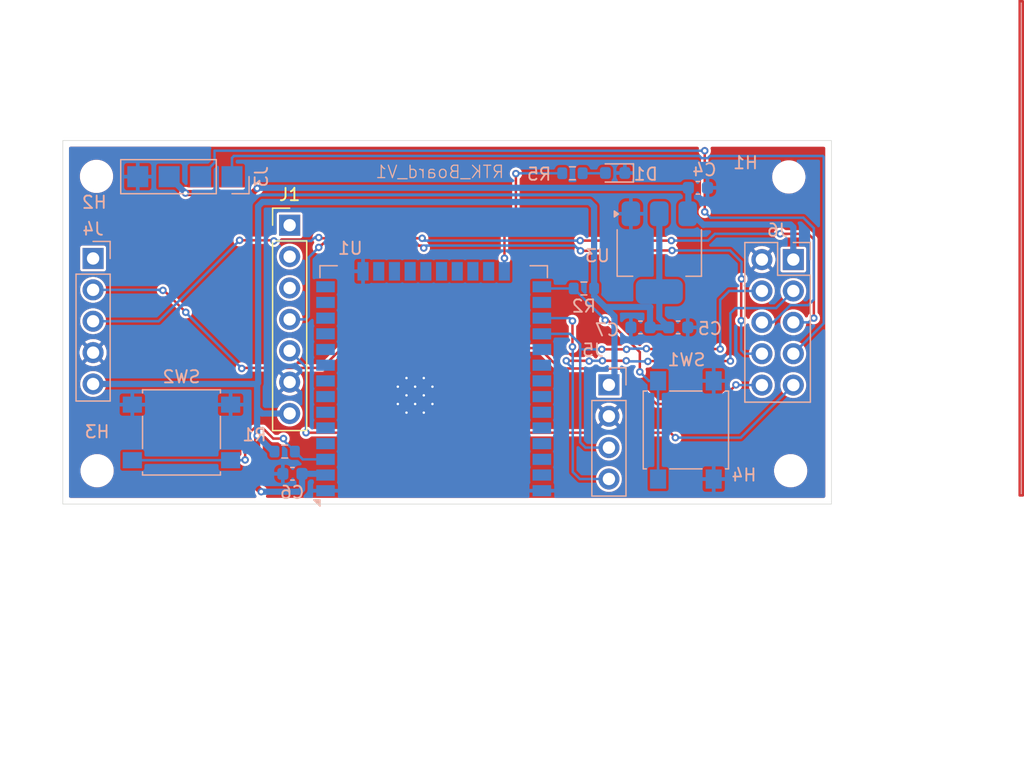
<source format=kicad_pcb>
(kicad_pcb (version 20241229) (generator "pcbnew") (generator_version "9.0")
  (layers (0 "F.Cu" signal) (2 "B.Cu" signal) (13 "F.Paste" user) (15 "B.Paste" user) (5 "F.SilkS" user "F.Silkscreen") (7 "B.SilkS" user "B.Silkscreen") (1 "F.Mask" user) (3 "B.Mask" user) (25 "Edge.Cuts" user))
  (net 0 "")
  (net 1 "/3v3")
  (net 2 "/G")
  (net 3 "Net-(D1-A)")
  (net 4 "/GPIO16")
  (net 5 "/GPIO17")
  (net 6 "/R")
  (net 7 "/SCL")
  (net 8 "/SDA")
  (net 9 "/T")
  (net 10 "Net-(U1-EN)")
  (net 11 "Net-(U1-IO0)")
  (net 12 "Net-(U1-IO2)")
  (net 46 "/5V")
  (net 47 "/TX")
  (net 48 "/RX")
  (footprint "MountingHole:MountingHole_2.2mm_M2" (layer "F.Cu") (at 138.125 72.25)
    (property "Reference" "H3" (at 0 -3.15 0) (layer "B.SilkS") (effects (justify mirror)))
    (property "Value" "MountingHole")
    (pad "" np_thru_hole circle (at 0 0) (size 2.2 2.2) (drill 2.2) (layers "*.Cu" "*.Mask"))
  )
  (footprint "Connector_PinHeader_2.54mm:PinHeader_1x07_P2.54mm_Vertical" (layer "F.Cu") (at 153.7 52.38)
    (property "Reference" "J1" (at 0 -2.48 0) (layer "F.SilkS"))
    (property "Value" "Conn_01x07_Socket")
    (fp_line (start -1.38 -1.38) (end 0 -1.38) (stroke (width 0.12)) (layer "F.SilkS"))
    (fp_line (start -1.38 0) (end -1.38 -1.38) (stroke (width 0.12)) (layer "F.SilkS"))
    (fp_line (start -1.38 1.27) (end -1.38 16.62) (stroke (width 0.12)) (layer "F.SilkS"))
    (fp_line (start -1.38 1.27) (end 1.38 1.27) (stroke (width 0.12)) (layer "F.SilkS"))
    (fp_line (start -1.38 16.62) (end 1.38 16.62) (stroke (width 0.12)) (layer "F.SilkS"))
    (fp_line (start 1.38 1.27) (end 1.38 16.62) (stroke (width 0.12)) (layer "F.SilkS"))
    (pad "1" thru_hole rect (at 0 0) (size 1.7 1.7) (drill 1) (layers "*.Cu" "*.Mask"))
    (pad "2" thru_hole circle (at 0 2.54) (size 1.7 1.7) (drill 1) (layers "*.Cu" "*.Mask"))
    (pad "3" thru_hole circle (at 0 5.08) (size 1.7 1.7) (drill 1) (layers "*.Cu" "*.Mask"))
    (pad "4" thru_hole circle (at 0 7.62) (size 1.7 1.7) (drill 1) (layers "*.Cu" "*.Mask") (net 6 "/R"))
    (pad "5" thru_hole circle (at 0 10.16) (size 1.7 1.7) (drill 1) (layers "*.Cu" "*.Mask") (net 9 "/T"))
    (pad "6" thru_hole circle (at 0 12.7) (size 1.7 1.7) (drill 1) (layers "*.Cu" "*.Mask") (net 2 "/G"))
    (pad "7" thru_hole circle (at 0 15.24) (size 1.7 1.7) (drill 1) (layers "*.Cu" "*.Mask") (net 1 "/3v3"))
  )
  (footprint "MountingHole:MountingHole_2.2mm_M2" (layer "F.Cu") (at 138.075 48.425)
    (property "Reference" "H2" (at -0.175 2.1 0) (layer "B.SilkS") (effects (justify mirror)))
    (property "Value" "MountingHole")
    (pad "" np_thru_hole circle (at 0 0) (size 2.2 2.2) (drill 2.2) (layers "*.Cu" "*.Mask"))
  )
  (footprint "MountingHole:MountingHole_2.2mm_M2" (layer "F.Cu") (at 194.225 72.25)
    (property "Reference" "H4" (at -3.775 0.35 0) (layer "B.SilkS") (effects (justify mirror)))
    (property "Value" "MountingHole")
    (pad "" np_thru_hole circle (at 0 0) (size 2.2 2.2) (drill 2.2) (layers "*.Cu" "*.Mask"))
  )
  (footprint "MountingHole:MountingHole_2.2mm_M2" (layer "F.Cu") (at 194.075 48.475)
    (property "Reference" "H1" (at -3.5 -1.15 0) (layer "B.SilkS") (effects (justify mirror)))
    (property "Value" "MountingHole")
    (pad "" np_thru_hole circle (at 0 0) (size 2.2 2.2) (drill 2.2) (layers "*.Cu" "*.Mask"))
  )
  (footprint "Button_Switch_SMD:SW_SPST_B3S-1000" (layer "B.Cu") (at 144.95 69.15 180)
    (property "Reference" "SW2" (at 0 4.5 0) (layer "B.SilkS") (effects (justify mirror)))
    (property "Value" "SW_Push")
    (fp_line (start 3.15 3.45) (end 3.15 3.2) (stroke (width 0.12)) (layer "B.SilkS"))
    (fp_line (start 3.15 1.3) (end 3.15 -1.3) (stroke (width 0.12)) (layer "B.SilkS"))
    (fp_line (start 3.15 -3.2) (end 3.15 -3.45) (stroke (width 0.12)) (layer "B.SilkS"))
    (fp_line (start 3.15 -3.45) (end -3.15 -3.45) (stroke (width 0.12)) (layer "B.SilkS"))
    (fp_line (start -3.15 3.45) (end 3.15 3.45) (stroke (width 0.12)) (layer "B.SilkS"))
    (fp_line (start -3.15 3.2) (end -3.15 3.45) (stroke (width 0.12)) (layer "B.SilkS"))
    (fp_line (start -3.15 -1.3) (end -3.15 1.3) (stroke (width 0.12)) (layer "B.SilkS"))
    (fp_line (start -3.15 -3.45) (end -3.15 -3.2) (stroke (width 0.12)) (layer "B.SilkS"))
    (pad "1" smd rect (at -3.975 2.25 180) (size 1.55 1.3) (layers "B.Cu" "B.Mask" "B.Paste") (net 2 "/G"))
    (pad "1" smd rect (at 3.975 2.25 180) (size 1.55 1.3) (layers "B.Cu" "B.Mask" "B.Paste") (net 2 "/G"))
    (pad "2" smd rect (at -3.975 -2.25 180) (size 1.55 1.3) (layers "B.Cu" "B.Mask" "B.Paste") (net 10 "Net-(U1-EN)"))
    (pad "2" smd rect (at 3.975 -2.25 180) (size 1.55 1.3) (layers "B.Cu" "B.Mask" "B.Paste") (net 10 "Net-(U1-EN)"))
  )
  (footprint "Capacitor_SMD:C_0603_1608Metric" (layer "B.Cu") (at 186.725 49.35 180)
    (property "Reference" "C4" (at -0.525 1.45 0) (layer "B.SilkS") (effects (justify mirror)))
    (property "Value" "10µF")
    (fp_line (start -0.14058 0.51) (end 0.14058 0.51) (stroke (width 0.12)) (layer "B.SilkS"))
    (fp_line (start -0.14058 -0.51) (end 0.14058 -0.51) (stroke (width 0.12)) (layer "B.SilkS"))
    (pad "1" smd roundrect (at -0.775 0 180) (size 0.9 0.95) (layers "B.Cu" "B.Mask" "B.Paste") (net 2 "/G"))
    (pad "2" smd roundrect (at 0.775 0 180) (size 0.9 0.95) (layers "B.Cu" "B.Mask" "B.Paste") (net 46 "/5V"))
  )
  (footprint "Button_Switch_SMD:SW_SPST_B3S-1000" (layer "B.Cu") (at 185.75 68.95 -90)
    (property "Reference" "SW1" (at -5.675 -0.05 180) (layer "B.SilkS") (effects (justify mirror)))
    (property "Value" "SW_Push")
    (fp_line (start -3.15 3.45) (end 3.15 3.45) (stroke (width 0.12)) (layer "B.SilkS"))
    (fp_line (start 3.15 3.45) (end 3.15 3.2) (stroke (width 0.12)) (layer "B.SilkS"))
    (fp_line (start -3.15 3.2) (end -3.15 3.45) (stroke (width 0.12)) (layer "B.SilkS"))
    (fp_line (start 3.15 1.3) (end 3.15 -1.3) (stroke (width 0.12)) (layer "B.SilkS"))
    (fp_line (start -3.15 -1.3) (end -3.15 1.3) (stroke (width 0.12)) (layer "B.SilkS"))
    (fp_line (start 3.15 -3.2) (end 3.15 -3.45) (stroke (width 0.12)) (layer "B.SilkS"))
    (fp_line (start -3.15 -3.45) (end -3.15 -3.2) (stroke (width 0.12)) (layer "B.SilkS"))
    (fp_line (start 3.15 -3.45) (end -3.15 -3.45) (stroke (width 0.12)) (layer "B.SilkS"))
    (pad "1" smd rect (at -3.975 2.25 270) (size 1.55 1.3) (layers "B.Cu" "B.Mask" "B.Paste") (net 11 "Net-(U1-IO0)"))
    (pad "1" smd rect (at 3.975 2.25 270) (size 1.55 1.3) (layers "B.Cu" "B.Mask" "B.Paste") (net 11 "Net-(U1-IO0)"))
    (pad "2" smd rect (at -3.975 -2.25 270) (size 1.55 1.3) (layers "B.Cu" "B.Mask" "B.Paste") (net 2 "/G"))
    (pad "2" smd rect (at 3.975 -2.25 270) (size 1.55 1.3) (layers "B.Cu" "B.Mask" "B.Paste") (net 2 "/G"))
  )
  (footprint "Capacitor_SMD:C_0603_1608Metric" (layer "B.Cu") (at 182.075 60.65)
    (property "Reference" "C7" (at -2.7 0.2 0) (layer "B.SilkS") (effects (justify mirror)))
    (property "Value" "100nF")
    (fp_line (start -0.14058 -0.51) (end 0.14058 -0.51) (stroke (width 0.12)) (layer "B.SilkS"))
    (fp_line (start -0.14058 0.51) (end 0.14058 0.51) (stroke (width 0.12)) (layer "B.SilkS"))
    (pad "1" smd roundrect (at -0.775 0) (size 0.9 0.95) (layers "B.Cu" "B.Mask" "B.Paste") (net 2 "/G"))
    (pad "2" smd roundrect (at 0.775 0) (size 0.9 0.95) (layers "B.Cu" "B.Mask" "B.Paste") (net 1 "/3v3"))
  )
  (footprint "LED_SMD:LED_0603_1608Metric" (layer "B.Cu") (at 180.025 48.15 180)
    (property "Reference" "D1" (at -2.475 -0.1 180) (layer "B.SilkS") (effects (justify mirror)))
    (property "Value" "LED")
    (fp_line (start 0.8 0.735) (end -1.485 0.735) (stroke (width 0.12)) (layer "B.SilkS"))
    (fp_line (start -1.485 0.735) (end -1.485 -0.735) (stroke (width 0.12)) (layer "B.SilkS"))
    (fp_line (start -1.485 -0.735) (end 0.8 -0.735) (stroke (width 0.12)) (layer "B.SilkS"))
    (pad "1" smd roundrect (at -0.7875 0 180) (size 0.875 0.95) (layers "B.Cu" "B.Mask" "B.Paste") (net 2 "/G"))
    (pad "2" smd roundrect (at 0.7875 0 180) (size 0.875 0.95) (layers "B.Cu" "B.Mask" "B.Paste") (net 3 "Net-(D1-A)"))
  )
  (footprint "Package_TO_SOT_SMD:SOT-223-3_TabPin2" (layer "B.Cu") (at 183.6 54.6 -90)
    (property "Reference" "U3" (at 0.25 5 0) (layer "B.SilkS") (effects (justify mirror)))
    (property "Value" "AMS1117-3.3")
    (fp_line (start -1.85 3.41) (end 1.91 3.41) (stroke (width 0.12)) (layer "B.SilkS"))
    (fp_line (start 1.91 3.41) (end 1.91 2.15) (stroke (width 0.12)) (layer "B.SilkS"))
    (fp_line (start -1.85 -3.41) (end 1.91 -3.41) (stroke (width 0.12)) (layer "B.SilkS"))
    (fp_line (start 1.91 -3.41) (end 1.91 -2.15) (stroke (width 0.12)) (layer "B.SilkS"))
    (fp_poly (pts (xy -3.13 3.31) (xy -3.37 3.64) (xy -2.89 3.64) (xy -3.13 3.31)) (stroke (width 0.12)) (fill yes) (layer "B.SilkS"))
    (pad "1" smd roundrect (at -3.15 2.3 270) (size 2 1.5) (layers "B.Cu" "B.Mask" "B.Paste") (net 2 "/G"))
    (pad "2" smd roundrect (at -3.15 0 270) (size 2 1.5) (layers "B.Cu" "B.Mask" "B.Paste") (net 1 "/3v3"))
    (pad "2" smd roundrect (at 3.15 0 270) (size 2 3.8) (layers "B.Cu" "B.Mask" "B.Paste") (net 1 "/3v3"))
    (pad "3" smd roundrect (at -3.15 -2.3 270) (size 2 1.5) (layers "B.Cu" "B.Mask" "B.Paste") (net 46 "/5V"))
  )
  (footprint "Connector_PinHeader_2.54mm:PinHeader_1x05_P2.54mm_Vertical" (layer "B.Cu") (at 137.8 55.07 180)
    (property "Reference" "J4" (at 0 2.38 0) (layer "B.SilkS") (effects (justify mirror)))
    (property "Value" "Conn_01x05_Socket")
    (fp_line (start 1.38 -1.27) (end 1.38 -11.54) (stroke (width 0.12)) (layer "B.SilkS"))
    (fp_line (start -1.38 1.38) (end 0 1.38) (stroke (width 0.12)) (layer "B.SilkS"))
    (fp_line (start -1.38 0) (end -1.38 1.38) (stroke (width 0.12)) (layer "B.SilkS"))
    (fp_line (start -1.38 -1.27) (end 1.38 -1.27) (stroke (width 0.12)) (layer "B.SilkS"))
    (fp_line (start -1.38 -1.27) (end -1.38 -11.54) (stroke (width 0.12)) (layer "B.SilkS"))
    (fp_line (start -1.38 -11.54) (end 1.38 -11.54) (stroke (width 0.12)) (layer "B.SilkS"))
    (pad "1" thru_hole rect (at 0 0 180) (size 1.7 1.7) (drill 1) (layers "*.Cu" "*.Mask"))
    (pad "2" thru_hole circle (at 0 -2.54 180) (size 1.7 1.7) (drill 1) (layers "*.Cu" "*.Mask") (net 8 "/SDA"))
    (pad "3" thru_hole circle (at 0 -5.08 180) (size 1.7 1.7) (drill 1) (layers "*.Cu" "*.Mask") (net 7 "/SCL"))
    (pad "4" thru_hole circle (at 0 -7.62 180) (size 1.7 1.7) (drill 1) (layers "*.Cu" "*.Mask") (net 2 "/G"))
    (pad "5" thru_hole circle (at 0 -10.16 180) (size 1.7 1.7) (drill 1) (layers "*.Cu" "*.Mask") (net 1 "/3v3"))
  )
  (footprint "Connector_PinHeader_2.54mm:PinHeader_2x05_P2.54mm_Vertical" (layer "B.Cu") (at 194.44 55.16 180)
    (property "Reference" "J6" (at 1.27 2.38 0) (layer "B.SilkS") (effects (justify mirror)))
    (property "Value" "Conn_02x05_Top_Bottom")
    (fp_line (start 3.92 1.38) (end 3.92 -11.54) (stroke (width 0.12)) (layer "B.SilkS"))
    (fp_line (start 1.27 1.38) (end 3.92 1.38) (stroke (width 0.12)) (layer "B.SilkS"))
    (fp_line (start 1.27 -1.27) (end 1.27 1.38) (stroke (width 0.12)) (layer "B.SilkS"))
    (fp_line (start -1.38 1.38) (end 0 1.38) (stroke (width 0.12)) (layer "B.SilkS"))
    (fp_line (start -1.38 0) (end -1.38 1.38) (stroke (width 0.12)) (layer "B.SilkS"))
    (fp_line (start -1.38 -1.27) (end 1.27 -1.27) (stroke (width 0.12)) (layer "B.SilkS"))
    (fp_line (start -1.38 -1.27) (end -1.38 -11.54) (stroke (width 0.12)) (layer "B.SilkS"))
    (fp_line (start -1.38 -11.54) (end 3.92 -11.54) (stroke (width 0.12)) (layer "B.SilkS"))
    (pad "1" thru_hole rect (at 0 0 180) (size 1.7 1.7) (drill 1) (layers "*.Cu" "*.Mask") (net 46 "/5V"))
    (pad "2" thru_hole circle (at 2.54 0 180) (size 1.7 1.7) (drill 1) (layers "*.Cu" "*.Mask") (net 2 "/G"))
    (pad "3" thru_hole circle (at 0 -2.54 180) (size 1.7 1.7) (drill 1) (layers "*.Cu" "*.Mask") (net 4 "/GPIO16"))
    (pad "4" thru_hole circle (at 2.54 -2.54 180) (size 1.7 1.7) (drill 1) (layers "*.Cu" "*.Mask") (net 5 "/GPIO17"))
    (pad "5" thru_hole circle (at 0 -5.08 180) (size 1.7 1.7) (drill 1) (layers "*.Cu" "*.Mask") (net 7 "/SCL"))
    (pad "6" thru_hole circle (at 2.54 -5.08 180) (size 1.7 1.7) (drill 1) (layers "*.Cu" "*.Mask") (net 48 "/RX"))
    (pad "7" thru_hole circle (at 0 -7.62 180) (size 1.7 1.7) (drill 1) (layers "*.Cu" "*.Mask") (net 47 "/TX"))
    (pad "8" thru_hole circle (at 2.54 -7.62 180) (size 1.7 1.7) (drill 1) (layers "*.Cu" "*.Mask") (net 6 "/R"))
    (pad "9" thru_hole circle (at 0 -10.16 180) (size 1.7 1.7) (drill 1) (layers "*.Cu" "*.Mask") (net 9 "/T"))
    (pad "10" thru_hole circle (at 2.54 -10.16 180) (size 1.7 1.7) (drill 1) (layers "*.Cu" "*.Mask") (net 8 "/SDA"))
  )
  (footprint "RF_Module:ESP32-WROOM-32E" (layer "B.Cu") (at 165.35 68.61)
    (property "Reference" "U1" (at -5.65 -14.36 0) (layer "B.SilkS") (effects (justify left mirror)))
    (property "Value" "ESP32-WROOM-32E")
    (fp_line (start -9.2 -12.95) (end -9.2 -12) (stroke (width 0.12)) (layer "B.SilkS"))
    (fp_line (start -7.8 -12.95) (end -9.2 -12.95) (stroke (width 0.12)) (layer "B.SilkS"))
    (fp_line (start 7.8 -12.95) (end 9.2 -12.95) (stroke (width 0.12)) (layer "B.SilkS"))
    (fp_line (start 9.2 -12.95) (end 9.2 -12) (stroke (width 0.12)) (layer "B.SilkS"))
    (fp_poly (pts (xy -9.2 6) (xy -9.7 6) (xy -9.2 6.5) (xy -9.2 6)) (stroke (width 0.12)) (fill yes) (layer "B.SilkS"))
    (pad "1" smd rect (at -8.75 5.26) (size 1.5 0.9) (layers "B.Cu" "B.Mask" "B.Paste") (net 2 "/G"))
    (pad "2" smd rect (at -8.75 3.99) (size 1.5 0.9) (layers "B.Cu" "B.Mask" "B.Paste") (net 1 "/3v3"))
    (pad "3" smd rect (at -8.75 2.72) (size 1.5 0.9) (layers "B.Cu" "B.Mask" "B.Paste") (net 10 "Net-(U1-EN)"))
    (pad "4" smd rect (at -8.75 1.45) (size 1.5 0.9) (layers "B.Cu" "B.Mask" "B.Paste"))
    (pad "5" smd rect (at -8.75 0.18) (size 1.5 0.9) (layers "B.Cu" "B.Mask" "B.Paste"))
    (pad "6" smd rect (at -8.75 -1.09) (size 1.5 0.9) (layers "B.Cu" "B.Mask" "B.Paste"))
    (pad "7" smd rect (at -8.75 -2.36) (size 1.5 0.9) (layers "B.Cu" "B.Mask" "B.Paste"))
    (pad "8" smd rect (at -8.75 -3.63) (size 1.5 0.9) (layers "B.Cu" "B.Mask" "B.Paste"))
    (pad "9" smd rect (at -8.75 -4.9) (size 1.5 0.9) (layers "B.Cu" "B.Mask" "B.Paste"))
    (pad "10" smd rect (at -8.75 -6.17) (size 1.5 0.9) (layers "B.Cu" "B.Mask" "B.Paste"))
    (pad "11" smd rect (at -8.75 -7.44) (size 1.5 0.9) (layers "B.Cu" "B.Mask" "B.Paste"))
    (pad "12" smd rect (at -8.75 -8.71) (size 1.5 0.9) (layers "B.Cu" "B.Mask" "B.Paste"))
    (pad "13" smd rect (at -8.75 -9.98) (size 1.5 0.9) (layers "B.Cu" "B.Mask" "B.Paste"))
    (pad "14" smd rect (at -8.75 -11.25) (size 1.5 0.9) (layers "B.Cu" "B.Mask" "B.Paste"))
    (pad "15" smd rect (at -5.715 -12.5 270) (size 1.5 0.9) (layers "B.Cu" "B.Mask" "B.Paste") (net 2 "/G"))
    (pad "16" smd rect (at -4.445 -12.5 270) (size 1.5 0.9) (layers "B.Cu" "B.Mask" "B.Paste"))
    (pad "17" smd rect (at -3.175 -12.5 270) (size 1.5 0.9) (layers "B.Cu" "B.Mask" "B.Paste"))
    (pad "18" smd rect (at -1.905 -12.5 270) (size 1.5 0.9) (layers "B.Cu" "B.Mask" "B.Paste"))
    (pad "19" smd rect (at -0.635 -12.5 270) (size 1.5 0.9) (layers "B.Cu" "B.Mask" "B.Paste"))
    (pad "20" smd rect (at 0.635 -12.5 270) (size 1.5 0.9) (layers "B.Cu" "B.Mask" "B.Paste"))
    (pad "21" smd rect (at 1.905 -12.5 270) (size 1.5 0.9) (layers "B.Cu" "B.Mask" "B.Paste"))
    (pad "22" smd rect (at 3.175 -12.5 270) (size 1.5 0.9) (layers "B.Cu" "B.Mask" "B.Paste"))
    (pad "23" smd rect (at 4.445 -12.5 270) (size 1.5 0.9) (layers "B.Cu" "B.Mask" "B.Paste"))
    (pad "24" smd rect (at 5.715 -12.5 270) (size 1.5 0.9) (layers "B.Cu" "B.Mask" "B.Paste") (net 12 "Net-(U1-IO2)"))
    (pad "25" smd rect (at 8.75 -11.25) (size 1.5 0.9) (layers "B.Cu" "B.Mask" "B.Paste") (net 11 "Net-(U1-IO0)"))
    (pad "26" smd rect (at 8.75 -9.98) (size 1.5 0.9) (layers "B.Cu" "B.Mask" "B.Paste"))
    (pad "27" smd rect (at 8.75 -8.71) (size 1.5 0.9) (layers "B.Cu" "B.Mask" "B.Paste") (net 4 "/GPIO16"))
    (pad "28" smd rect (at 8.75 -7.44) (size 1.5 0.9) (layers "B.Cu" "B.Mask" "B.Paste") (net 5 "/GPIO17"))
    (pad "29" smd rect (at 8.75 -6.17) (size 1.5 0.9) (layers "B.Cu" "B.Mask" "B.Paste"))
    (pad "30" smd rect (at 8.75 -4.9) (size 1.5 0.9) (layers "B.Cu" "B.Mask" "B.Paste"))
    (pad "31" smd rect (at 8.75 -3.63) (size 1.5 0.9) (layers "B.Cu" "B.Mask" "B.Paste"))
    (pad "32" smd rect (at 8.75 -2.36) (size 1.5 0.9) (layers "B.Cu" "B.Mask" "B.Paste"))
    (pad "33" smd rect (at 8.75 -1.09) (size 1.5 0.9) (layers "B.Cu" "B.Mask" "B.Paste"))
    (pad "34" smd rect (at 8.75 0.18) (size 1.5 0.9) (layers "B.Cu" "B.Mask" "B.Paste"))
    (pad "35" smd rect (at 8.75 1.45) (size 1.5 0.9) (layers "B.Cu" "B.Mask" "B.Paste"))
    (pad "36" smd rect (at 8.75 2.72) (size 1.5 0.9) (layers "B.Cu" "B.Mask" "B.Paste"))
    (pad "37" smd rect (at 8.75 3.99) (size 1.5 0.9) (layers "B.Cu" "B.Mask" "B.Paste"))
    (pad "38" smd rect (at 8.75 5.26) (size 1.5 0.9) (layers "B.Cu" "B.Mask" "B.Paste") (net 2 "/G"))
    (pad "39" smd rect (at -2.9 -3.86) (size 0.9 0.9) (property pad_prop_heatsink) (layers "B.Cu" "B.Mask" "B.Paste") (net 2 "/G"))
    (pad "39" thru_hole circle (at -2.9 -3.16) (size 0.6 0.6) (drill 0.2) (property pad_prop_heatsink) (layers "*.Cu" "*.Mask") (net 2 "/G"))
    (pad "39" smd rect (at -2.9 -2.46) (size 0.9 0.9) (property pad_prop_heatsink) (layers "B.Cu" "B.Mask" "B.Paste") (net 2 "/G"))
    (pad "39" thru_hole circle (at -2.9 -1.76) (size 0.6 0.6) (drill 0.2) (property pad_prop_heatsink) (layers "*.Cu" "*.Mask") (net 2 "/G"))
    (pad "39" smd rect (at -2.9 -1.06) (size 0.9 0.9) (property pad_prop_heatsink) (layers "B.Cu" "B.Mask" "B.Paste") (net 2 "/G"))
    (pad "39" thru_hole circle (at -2.2 -3.86) (size 0.6 0.6) (drill 0.2) (property pad_prop_heatsink) (layers "*.Cu" "*.Mask") (net 2 "/G"))
    (pad "39" thru_hole circle (at -2.2 -2.46) (size 0.6 0.6) (drill 0.2) (property pad_prop_heatsink) (layers "*.Cu" "*.Mask") (net 2 "/G"))
    (pad "39" thru_hole circle (at -2.2 -1.06) (size 0.6 0.6) (drill 0.2) (property pad_prop_heatsink) (layers "*.Cu" "*.Mask") (net 2 "/G"))
    (pad "39" smd rect (at -1.5 -3.86) (size 0.9 0.9) (property pad_prop_heatsink) (layers "B.Cu" "B.Mask" "B.Paste") (net 2 "/G"))
    (pad "39" thru_hole circle (at -1.5 -3.16) (size 0.6 0.6) (drill 0.2) (property pad_prop_heatsink) (layers "*.Cu" "*.Mask") (net 2 "/G"))
    (pad "39" smd rect (at -1.5 -2.46) (size 0.9 0.9) (property pad_prop_heatsink) (layers "B.Cu" "B.Mask" "B.Paste") (net 2 "/G"))
    (pad "39" thru_hole circle (at -1.5 -1.76) (size 0.6 0.6) (drill 0.2) (property pad_prop_heatsink) (layers "*.Cu" "*.Mask") (net 2 "/G"))
    (pad "39" smd rect (at -1.5 -1.06) (size 0.9 0.9) (property pad_prop_heatsink) (layers "B.Cu" "B.Mask" "B.Paste") (net 2 "/G"))
    (pad "39" thru_hole circle (at -0.8 -3.86) (size 0.6 0.6) (drill 0.2) (property pad_prop_heatsink) (layers "*.Cu" "*.Mask") (net 2 "/G"))
    (pad "39" thru_hole circle (at -0.8 -2.46) (size 0.6 0.6) (drill 0.2) (property pad_prop_heatsink) (layers "*.Cu" "*.Mask") (net 2 "/G"))
    (pad "39" thru_hole circle (at -0.8 -1.06) (size 0.6 0.6) (drill 0.2) (property pad_prop_heatsink) (layers "*.Cu" "*.Mask") (net 2 "/G"))
    (pad "39" smd rect (at -0.1 -3.86) (size 0.9 0.9) (property pad_prop_heatsink) (layers "B.Cu" "B.Mask" "B.Paste") (net 2 "/G"))
    (pad "39" thru_hole circle (at -0.1 -3.16) (size 0.6 0.6) (drill 0.2) (property pad_prop_heatsink) (layers "*.Cu" "*.Mask") (net 2 "/G"))
    (pad "39" smd rect (at -0.1 -2.46) (size 0.9 0.9) (property pad_prop_heatsink) (layers "B.Cu" "B.Mask" "B.Paste") (net 2 "/G"))
    (pad "39" thru_hole circle (at -0.1 -1.76) (size 0.6 0.6) (drill 0.2) (property pad_prop_heatsink) (layers "*.Cu" "*.Mask") (net 2 "/G"))
    (pad "39" smd rect (at -0.1 -1.06) (size 0.9 0.9) (property pad_prop_heatsink) (layers "B.Cu" "B.Mask" "B.Paste") (net 2 "/G"))
    (zone (net 0) (net_name "") (layers "F.Cu" "B.Cu") (connect_pads (clearance 0)) (min_thickness 0.25)
      (keepout (tracks not_allowed) (vias not_allowed) (pads not_allowed) (copperpour not_allowed) (footprints not_allowed))
      (fill (thermal_gap 0.5) (thermal_bridge_width 0.5))
      (polygon (pts (xy 141.35 96.36) (xy 189.35 96.36) (xy 189.35 75.17) (xy 141.35 75.17)))
    )
  )
  (footprint "Resistor_SMD:R_0603_1608Metric" (layer "B.Cu") (at 176.575 48.175)
    (property "Reference" "R5" (at -2.7 0.075 0) (layer "B.SilkS") (effects (justify mirror)))
    (property "Value" "10k")
    (fp_line (start -0.237258 -0.5225) (end 0.237258 -0.5225) (stroke (width 0.12)) (layer "B.SilkS"))
    (fp_line (start -0.237258 0.5225) (end 0.237258 0.5225) (stroke (width 0.12)) (layer "B.SilkS"))
    (pad "1" smd roundrect (at -0.825 0) (size 0.8 0.95) (layers "B.Cu" "B.Mask" "B.Paste") (net 12 "Net-(U1-IO2)"))
    (pad "2" smd roundrect (at 0.825 0) (size 0.8 0.95) (layers "B.Cu" "B.Mask" "B.Paste") (net 3 "Net-(D1-A)"))
  )
  (footprint "Capacitor_SMD:C_0603_1608Metric" (layer "B.Cu") (at 153.925 72.5)
    (property "Reference" "C6" (at -0.025 1.5 0) (layer "B.SilkS") (effects (justify mirror)))
    (property "Value" "10µF")
    (fp_line (start -0.14058 -0.51) (end 0.14058 -0.51) (stroke (width 0.12)) (layer "B.SilkS"))
    (fp_line (start -0.14058 0.51) (end 0.14058 0.51) (stroke (width 0.12)) (layer "B.SilkS"))
    (pad "1" smd roundrect (at -0.775 0) (size 0.9 0.95) (layers "B.Cu" "B.Mask" "B.Paste") (net 2 "/G"))
    (pad "2" smd roundrect (at 0.775 0) (size 0.9 0.95) (layers "B.Cu" "B.Mask" "B.Paste") (net 1 "/3v3"))
  )
  (footprint "Capacitor_SMD:C_0603_1608Metric" (layer "B.Cu") (at 185.125 60.65 180)
    (property "Reference" "C5" (at -2.575 -0.1 0) (layer "B.SilkS") (effects (justify mirror)))
    (property "Value" "10µF")
    (fp_line (start -0.14058 0.51) (end 0.14058 0.51) (stroke (width 0.12)) (layer "B.SilkS"))
    (fp_line (start -0.14058 -0.51) (end 0.14058 -0.51) (stroke (width 0.12)) (layer "B.SilkS"))
    (pad "1" smd roundrect (at -0.775 0 180) (size 0.9 0.95) (layers "B.Cu" "B.Mask" "B.Paste") (net 2 "/G"))
    (pad "2" smd roundrect (at 0.775 0 180) (size 0.9 0.95) (layers "B.Cu" "B.Mask" "B.Paste") (net 1 "/3v3"))
  )
  (footprint "Resistor_SMD:R_0603_1608Metric" (layer "B.Cu") (at 153.3 70.7)
    (property "Reference" "R1" (at -2.45 -1.35 180) (layer "B.SilkS") (effects (justify mirror)))
    (property "Value" "10k")
    (fp_line (start -0.237258 -0.5225) (end 0.237258 -0.5225) (stroke (width 0.12)) (layer "B.SilkS"))
    (fp_line (start -0.237258 0.5225) (end 0.237258 0.5225) (stroke (width 0.12)) (layer "B.SilkS"))
    (pad "1" smd roundrect (at -0.825 0) (size 0.8 0.95) (layers "B.Cu" "B.Mask" "B.Paste") (net 1 "/3v3"))
    (pad "2" smd roundrect (at 0.825 0) (size 0.8 0.95) (layers "B.Cu" "B.Mask" "B.Paste") (net 10 "Net-(U1-EN)"))
  )
  (footprint "Connector_PinHeader_2.54mm:PinHeader_1x04_P2.54mm_Vertical" (layer "B.Cu") (at 149.035 48.45 90)
    (property "Reference" "J3" (at 0 2.38 270) (layer "B.SilkS") (effects (justify mirror)))
    (property "Value" "Conn_01x04_Socket")
    (fp_line (start -1.38 -9) (end 1.38 -9) (stroke (width 0.12)) (layer "B.SilkS"))
    (fp_line (start 1.38 -1.27) (end 1.38 -9) (stroke (width 0.12)) (layer "B.SilkS"))
    (fp_line (start -1.38 -1.27) (end -1.38 -9) (stroke (width 0.12)) (layer "B.SilkS"))
    (fp_line (start -1.38 -1.27) (end 1.38 -1.27) (stroke (width 0.12)) (layer "B.SilkS"))
    (fp_line (start -1.38 0) (end -1.38 1.38) (stroke (width 0.12)) (layer "B.SilkS"))
    (fp_line (start -1.38 1.38) (end 0 1.38) (stroke (width 0.12)) (layer "B.SilkS"))
    (pad "1" smd rect (at 0 0 90) (size 1.7 1.7) (layers "B.Cu" "B.Mask" "B.Paste") (net 47 "/TX"))
    (pad "2" smd rect (at 0 -2.54 90) (size 1.7 1.7) (layers "B.Cu" "B.Mask" "B.Paste") (net 48 "/RX"))
    (pad "3" smd rect (at 0 -5.08 90) (size 1.7 1.7) (layers "B.Cu" "B.Mask" "B.Paste") (net 46 "/5V"))
    (pad "4" smd rect (at 0 -7.62 90) (size 1.7 1.7) (layers "B.Cu" "B.Mask" "B.Paste") (net 2 "/G"))
  )
  (footprint "Resistor_SMD:R_0603_1608Metric" (layer "B.Cu") (at 177.5 57.5)
    (property "Reference" "R2" (at 0 1.43 0) (layer "B.SilkS") (effects (justify mirror)))
    (property "Value" "10k")
    (fp_line (start -0.237258 -0.5225) (end 0.237258 -0.5225) (stroke (width 0.12)) (layer "B.SilkS"))
    (fp_line (start -0.237258 0.5225) (end 0.237258 0.5225) (stroke (width 0.12)) (layer "B.SilkS"))
    (pad "1" smd roundrect (at -0.825 0) (size 0.8 0.95) (layers "B.Cu" "B.Mask" "B.Paste") (net 11 "Net-(U1-IO0)"))
    (pad "2" smd roundrect (at 0.825 0) (size 0.8 0.95) (layers "B.Cu" "B.Mask" "B.Paste") (net 1 "/3v3"))
  )
  (footprint "Connector_PinHeader_2.54mm:PinHeader_1x04_P2.54mm_Vertical" (layer "B.Cu") (at 179.525 65.3 180)
    (property "Reference" "J5" (at 1.3 2.81 0) (layer "B.SilkS") (effects (justify mirror)))
    (property "Value" "Conn_01x04_Socket")
    (fp_line (start 1.38 -1.27) (end 1.38 -9) (stroke (width 0.12)) (layer "B.SilkS"))
    (fp_line (start -1.38 1.38) (end 0 1.38) (stroke (width 0.12)) (layer "B.SilkS"))
    (fp_line (start -1.38 0) (end -1.38 1.38) (stroke (width 0.12)) (layer "B.SilkS"))
    (fp_line (start -1.38 -1.27) (end 1.38 -1.27) (stroke (width 0.12)) (layer "B.SilkS"))
    (fp_line (start -1.38 -1.27) (end -1.38 -9) (stroke (width 0.12)) (layer "B.SilkS"))
    (fp_line (start -1.38 -9) (end 1.38 -9) (stroke (width 0.12)) (layer "B.SilkS"))
    (pad "1" thru_hole rect (at 0 0 180) (size 1.7 1.7) (drill 1) (layers "*.Cu" "*.Mask") (net 1 "/3v3"))
    (pad "2" thru_hole circle (at 0 -2.54 180) (size 1.7 1.7) (drill 1) (layers "*.Cu" "*.Mask") (net 2 "/G"))
    (pad "3" thru_hole circle (at 0 -5.08 180) (size 1.7 1.7) (drill 1) (layers "*.Cu" "*.Mask") (net 5 "/GPIO17"))
    (pad "4" thru_hole circle (at 0 -7.62 180) (size 1.7 1.7) (drill 1) (layers "*.Cu" "*.Mask") (net 4 "/GPIO16"))
  )
  (gr_rect (start 212.75 34.25) (end 213 74.25) (stroke (width 0.2)) (fill no) (layer "F.Cu"))
  (gr_rect (start 135.35 45.525) (end 197.525 74.95) (stroke (width 0.05)) (fill no) (layer "Edge.Cuts"))
  (gr_text "RTK_Board_V1" (at 171.125 48.65 0) (layer "B.SilkS") (effects (font (size 1 1) (thickness 0.1)) (justify left bottom mirror)))
  (segment (start 151.07 69.42) (end 151.07 73.62) (width 0.5) (layer "F.Cu") (net 1))
  (segment (start 151.07 73.62) (end 151.4 73.95) (width 0.5) (layer "F.Cu") (net 1))
  (via (at 151.4 73.95) (size 0.6) (drill 0.3) (layers "F.Cu" "B.Cu") (net 1))
  (via (at 151.07 69.42) (size 0.6) (drill 0.3) (layers "F.Cu" "B.Cu") (net 1))
  (segment (start 179.975 64.85) (end 179.975 59.75) (width 0.5) (layer "B.Cu") (net 1))
  (segment (start 178.325 50.875) (end 178.325 57.5) (width 0.5) (layer "B.Cu") (net 1))
  (segment (start 182.875 59) (end 179.225 59) (width 0.5) (layer "B.Cu") (net 1))
  (segment (start 154.5 73.95) (end 151.4 73.95) (width 0.5) (layer "B.Cu") (net 1))
  (segment (start 151.15 50.85) (end 151.5 50.5) (width 0.5) (layer "B.Cu") (net 1))
  (segment (start 151.5 50.5) (end 177.95 50.5) (width 0.5) (layer "B.Cu") (net 1))
  (segment (start 154.7 72.5) (end 156.5 72.5) (width 0.5) (layer "B.Cu") (net 1))
  (segment (start 177.95 50.5) (end 178.325 50.875) (width 0.5) (layer "B.Cu") (net 1))
  (segment (start 179.225 59) (end 179.975 59.75) (width 0.5) (layer "B.Cu") (net 1))
  (segment (start 156.5 72.5) (end 156.6 72.6) (width 0.5) (layer "B.Cu") (net 1))
  (segment (start 151.15 65.15) (end 151.15 50.85) (width 0.5) (layer "B.Cu") (net 1))
  (segment (start 184.35 60.65) (end 182.85 60.65) (width 0.5) (layer "B.Cu") (net 1))
  (segment (start 151.07 67.22) (end 151.07 65.23) (width 0.5) (layer "B.Cu") (net 1))
  (segment (start 179.525 65.3) (end 179.975 64.85) (width 0.5) (layer "B.Cu") (net 1))
  (segment (start 153.7 67.62) (end 151.47 67.62) (width 0.5) (layer "B.Cu") (net 1))
  (segment (start 183.6 57.75) (end 183.6 59.9) (width 0.5) (layer "B.Cu") (net 1))
  (segment (start 182.85 60.65) (end 182.85 59.025) (width 0.5) (layer "B.Cu") (net 1))
  (segment (start 151.07 69.42) (end 151.07 67.22) (width 0.5) (layer "B.Cu") (net 1))
  (segment (start 151.07 65.23) (end 151.15 65.15) (width 0.5) (layer "B.Cu") (net 1))
  (segment (start 178.325 58.1) (end 179.225 59) (width 0.5) (layer "B.Cu") (net 1))
  (segment (start 152.35 70.7) (end 151.07 69.42) (width 0.5) (layer "B.Cu") (net 1))
  (segment (start 182.85 59.025) (end 182.875 59) (width 0.5) (layer "B.Cu") (net 1))
  (segment (start 137.8 65.23) (end 151.07 65.23) (width 0.5) (layer "B.Cu") (net 1))
  (segment (start 151.47 67.62) (end 151.07 67.22) (width 0.5) (layer "B.Cu") (net 1))
  (segment (start 183.6 59.9) (end 184.35 60.65) (width 0.5) (layer "B.Cu") (net 1))
  (segment (start 154.7 72.5) (end 154.7 73.75) (width 0.5) (layer "B.Cu") (net 1))
  (segment (start 152.475 70.7) (end 152.35 70.7) (width 0.5) (layer "B.Cu") (net 1))
  (segment (start 154.7 73.75) (end 154.5 73.95) (width 0.5) (layer "B.Cu") (net 1))
  (segment (start 183.6 57.75) (end 183.6 51.45) (width 0.5) (layer "B.Cu") (net 1))
  (segment (start 178.325 57.5) (end 178.325 58.1) (width 0.5) (layer "B.Cu") (net 1))
  (segment (start 177.4 48.175) (end 179.2125 48.175) (width 0.2) (layer "B.Cu") (net 3))
  (segment (start 179.2125 48.175) (end 179.2375 48.15) (width 0.2) (layer "B.Cu") (net 3))
  (segment (start 180.925 63.35) (end 179 63.35) (width 0.2) (layer "F.Cu") (net 4))
  (segment (start 182.7 63.375) (end 182.675 63.4) (width 0.2) (layer "F.Cu") (net 4))
  (segment (start 177.925 63.375) (end 177.9 63.35) (width 0.2) (layer "F.Cu") (net 4))
  (segment (start 176.575735 62.224265) (end 176.575735 60.125735) (width 0.2) (layer "F.Cu") (net 4))
  (segment (start 189.35 63.375) (end 182.7 63.375) (width 0.2) (layer "F.Cu") (net 4))
  (segment (start 177.9 63.35) (end 176.075 63.35) (width 0.2) (layer "F.Cu") (net 4))
  (via (at 177.925 63.375) (size 0.6) (drill 0.3) (layers "F.Cu" "B.Cu") (net 4))
  (via (at 176.575735 60.125735) (size 0.6) (drill 0.3) (layers "F.Cu" "B.Cu") (net 4))
  (via (at 176.075 63.35) (size 0.6) (drill 0.3) (layers "F.Cu" "B.Cu") (net 4))
  (via (at 182.675 63.4) (size 0.6) (drill 0.3) (layers "F.Cu" "B.Cu") (net 4))
  (via (at 176.575735 62.224265) (size 0.6) (drill 0.3) (layers "F.Cu" "B.Cu") (net 4))
  (via (at 180.925 63.35) (size 0.6) (drill 0.3) (layers "F.Cu" "B.Cu") (net 4))
  (via (at 179 63.35) (size 0.6) (drill 0.3) (layers "F.Cu" "B.Cu") (net 4))
  (via (at 189.35 63.375) (size 0.6) (drill 0.3) (layers "F.Cu" "B.Cu") (net 4))
  (segment (start 176.575735 60.125735) (end 176.35 59.9) (width 0.2) (layer "B.Cu") (net 4))
  (segment (start 176.6 63.975) (end 176.6 62.24853) (width 0.2) (layer "B.Cu") (net 4))
  (segment (start 193.051 59.089) (end 189.761 59.089) (width 0.2) (layer "B.Cu") (net 4))
  (segment (start 176.6 72.35) (end 176.6 63.975) (width 0.2) (layer "B.Cu") (net 4))
  (segment (start 177.17 72.92) (end 176.6 72.35) (width 0.2) (layer "B.Cu") (net 4))
  (segment (start 176.075 63.45) (end 176.6 63.975) (width 0.2) (layer "B.Cu") (net 4))
  (segment (start 177.95 63.35) (end 177.925 63.375) (width 0.2) (layer "B.Cu") (net 4))
  (segment (start 176.35 59.9) (end 174.1 59.9) (width 0.2) (layer "B.Cu") (net 4))
  (segment (start 176.075 63.35) (end 176.075 63.45) (width 0.2) (layer "B.Cu") (net 4))
  (segment (start 180.975 63.4) (end 180.925 63.35) (width 0.2) (layer "B.Cu") (net 4))
  (segment (start 189.35 59.5) (end 189.761 59.089) (width 0.2) (layer "B.Cu") (net 4))
  (segment (start 179.525 72.92) (end 177.17 72.92) (width 0.2) (layer "B.Cu") (net 4))
  (segment (start 189.35 59.5) (end 189.35 63.375) (width 0.2) (layer "B.Cu") (net 4))
  (segment (start 193.051 59.089) (end 194.44 57.7) (width 0.2) (layer "B.Cu") (net 4))
  (segment (start 176.6 62.24853) (end 176.575735 62.224265) (width 0.2) (layer "B.Cu") (net 4))
  (segment (start 182.675 63.4) (end 180.975 63.4) (width 0.2) (layer "B.Cu") (net 4))
  (segment (start 179 63.35) (end 177.95 63.35) (width 0.2) (layer "B.Cu") (net 4))
  (segment (start 188.525 62.4) (end 182.585366 62.4) (width 0.2) (layer "F.Cu") (net 5))
  (segment (start 182.585366 62.4) (end 182.555925 62.370559) (width 0.2) (layer "F.Cu") (net 5))
  (segment (start 180.95 62.425) (end 178.95 62.425) (width 0.2) (layer "F.Cu") (net 5))
  (via (at 182.555925 62.370559) (size 0.6) (drill 0.3) (layers "F.Cu" "B.Cu") (net 5))
  (via (at 180.95 62.425) (size 0.6) (drill 0.3) (layers "F.Cu" "B.Cu") (net 5))
  (via (at 178.95 62.425) (size 0.6) (drill 0.3) (layers "F.Cu" "B.Cu") (net 5))
  (via (at 188.525 62.4) (size 0.6) (drill 0.3) (layers "F.Cu" "B.Cu") (net 5))
  (segment (start 178.95 62.425) (end 177.25 62.425) (width 0.2) (layer "B.Cu") (net 5))
  (segment (start 176.37 61.17) (end 177.2 62) (width 0.2) (layer "B.Cu") (net 5))
  (segment (start 181.004441 62.370559) (end 180.95 62.425) (width 0.2) (layer "B.Cu") (net 5))
  (segment (start 177.25 62.425) (end 177.2 62.375) (width 0.2) (layer "B.Cu") (net 5))
  (segment (start 182.555925 62.370559) (end 181.004441 62.370559) (width 0.2) (layer "B.Cu") (net 5))
  (segment (start 177.2 69.95) (end 177.2 62.375) (width 0.2) (layer "B.Cu") (net 5))
  (segment (start 179.525 70.38) (end 177.63 70.38) (width 0.2) (layer "B.Cu") (net 5))
  (segment (start 177.63 70.38) (end 177.2 69.95) (width 0.2) (layer "B.Cu") (net 5))
  (segment (start 177.2 62) (end 177.2 62.375) (width 0.2) (layer "B.Cu") (net 5))
  (segment (start 189.25 57.7) (end 188.525 58.425) (width 0.2) (layer "B.Cu") (net 5))
  (segment (start 188.525 58.425) (end 188.525 62.425) (width 0.2) (layer "B.Cu") (net 5))
  (segment (start 191.9 57.7) (end 189.25 57.7) (width 0.2) (layer "B.Cu") (net 5))
  (segment (start 188.525 62.425) (end 188.525 62.4) (width 0.2) (layer "B.Cu") (net 5))
  (segment (start 174.1 61.17) (end 176.37 61.17) (width 0.2) (layer "B.Cu") (net 5))
  (segment (start 182.601894 54.423106) (end 182.575 54.45) (width 0.2) (layer "F.Cu") (net 6))
  (segment (start 156.298943 53.975997) (end 156.249003 53.975997) (width 0.2) (layer "F.Cu") (net 6))
  (segment (start 159.7125 51.8796) (end 157.755505 53.836595) (width 0.2) (layer "F.Cu") (net 6))
  (segment (start 164.169919 54.036595) (end 163.969919 53.836595) (width 0.2) (layer "F.Cu") (net 6))
  (segment (start 161.669495 53.836595) (end 159.7125 51.8796) (width 0.2) (layer "F.Cu") (net 6))
  (segment (start 190.225 56.75) (end 190.25 56.725) (width 0.2) (layer "F.Cu") (net 6))
  (segment (start 164.360235 54.036595) (end 164.169919 54.036595) (width 0.2) (layer "F.Cu") (net 6))
  (segment (start 184.630042 54.423106) (end 182.601894 54.423106) (width 0.2) (layer "F.Cu") (net 6))
  (segment (start 156.438345 53.836595) (end 156.298943 53.975997) (width 0.2) (layer "F.Cu") (net 6))
  (segment (start 177.225 54.45) (end 182.575 54.45) (width 0.2) (layer "F.Cu") (net 6))
  (segment (start 164.54864 54.225) (end 164.360235 54.036595) (width 0.2) (layer "F.Cu") (net 6))
  (segment (start 163.969919 53.836595) (end 161.669495 53.836595) (width 0.2) (layer "F.Cu") (net 6))
  (segment (start 157.755505 53.836595) (end 156.438345 53.836595) (width 0.2) (layer "F.Cu") (net 6))
  (segment (start 156.249003 53.975997) (end 156.05 54.175) (width 0.2) (layer "F.Cu") (net 6))
  (segment (start 190.225 60.1) (end 190.225 56.75) (width 0.2) (layer "F.Cu") (net 6))
  (via (at 184.630042 54.423106) (size 0.6) (drill 0.3) (layers "F.Cu" "B.Cu") (net 6))
  (via (at 190.25 56.725) (size 0.6) (drill 0.3) (layers "F.Cu" "B.Cu") (net 6))
  (via (at 156.05 54.175) (size 0.6) (drill 0.3) (layers "F.Cu" "B.Cu") (net 6))
  (via (at 190.225 60.1) (size 0.6) (drill 0.3) (layers "F.Cu" "B.Cu") (net 6))
  (via (at 177.225 54.45) (size 0.6) (drill 0.3) (layers "F.Cu" "B.Cu") (net 6))
  (via (at 164.54864 54.225) (size 0.6) (drill 0.3) (layers "F.Cu" "B.Cu") (net 6))
  (segment (start 153.7 60) (end 155 60) (width 0.2) (layer "B.Cu") (net 6))
  (segment (start 189.323106 54.423106) (end 184.630042 54.423106) (width 0.2) (layer "B.Cu") (net 6))
  (segment (start 176.951057 54.226) (end 177.001 54.226) (width 0.2) (layer "B.Cu") (net 6))
  (segment (start 176.751057 54.026) (end 164.74764 54.026) (width 0.2) (layer "B.Cu") (net 6))
  (segment (start 190.225 62.5) (end 190.505 62.78) (width 0.2) (layer "B.Cu") (net 6))
  (segment (start 177.001 54.226) (end 177.225 54.45) (width 0.2) (layer "B.Cu") (net 6))
  (segment (start 155 60) (end 155.25 59.75) (width 0.2) (layer "B.Cu") (net 6))
  (segment (start 190.225 62.5) (end 190.225 60.1) (width 0.2) (layer "B.Cu") (net 6))
  (segment (start 155.25 54.975) (end 156.05 54.175) (width 0.2) (layer "B.Cu") (net 6))
  (segment (start 191.9 62.78) (end 190.505 62.78) (width 0.2) (layer "B.Cu") (net 6))
  (segment (start 155.25 59.75) (end 155.25 54.975) (width 0.2) (layer "B.Cu") (net 6))
  (segment (start 190.25 55.35) (end 189.323106 54.423106) (width 0.2) (layer "B.Cu") (net 6))
  (segment (start 176.751057 54.026) (end 176.951057 54.226) (width 0.2) (layer "B.Cu") (net 6))
  (segment (start 164.74764 54.026) (end 164.54864 54.225) (width 0.2) (layer "B.Cu") (net 6))
  (segment (start 190.25 56.725) (end 190.25 55.35) (width 0.2) (layer "B.Cu") (net 6))
  (segment (start 156.110598 53.435595) (end 156.05 53.374997) (width 0.2) (layer "F.Cu") (net 7))
  (segment (start 196.1 53.525) (end 196.1 59.9) (width 0.2) (layer "F.Cu") (net 7))
  (segment (start 164.418862 53.435595) (end 161.835595 53.435595) (width 0.2) (layer "F.Cu") (net 7))
  (segment (start 184.575 53.625) (end 177.2 53.625) (width 0.2) (layer "F.Cu") (net 7))
  (segment (start 195.65 53.075) (end 196.1 53.525) (width 0.2) (layer "F.Cu") (net 7))
  (segment (start 193.375 53.075) (end 195.65 53.075) (width 0.2) (layer "F.Cu") (net 7))
  (segment (start 159.7125 51.3125) (end 157.589405 53.435595) (width 0.2) (layer "F.Cu") (net 7))
  (segment (start 157.589405 53.435595) (end 156.110598 53.435595) (width 0.2) (layer "F.Cu") (net 7))
  (segment (start 152.375 53.6) (end 149.65 53.6) (width 0.2) (layer "F.Cu") (net 7))
  (segment (start 152.425 53.65) (end 152.375 53.6) (width 0.2) (layer "F.Cu") (net 7))
  (segment (start 161.835595 53.435595) (end 159.7125 51.3125) (width 0.2) (layer "F.Cu") (net 7))
  (via (at 164.418862 53.435595) (size 0.6) (drill 0.3) (layers "F.Cu" "B.Cu") (net 7))
  (via (at 196.1 59.9) (size 0.6) (drill 0.3) (layers "F.Cu" "B.Cu") (net 7))
  (via (at 152.425 53.65) (size 0.6) (drill 0.3) (layers "F.Cu" "B.Cu") (net 7))
  (via (at 184.575 53.625) (size 0.6) (drill 0.3) (layers "F.Cu" "B.Cu") (net 7))
  (via (at 149.65 53.6) (size 0.6) (drill 0.3) (layers "F.Cu" "B.Cu") (net 7))
  (via (at 156.05 53.374997) (size 0.6) (drill 0.3) (layers "F.Cu" "B.Cu") (net 7))
  (via (at 193.375 53.075) (size 0.6) (drill 0.3) (layers "F.Cu" "B.Cu") (net 7))
  (via (at 177.2 53.625) (size 0.6) (drill 0.3) (layers "F.Cu" "B.Cu") (net 7))
  (segment (start 137.8 60.15) (end 143.1 60.15) (width 0.2) (layer "B.Cu") (net 7))
  (segment (start 195.685 60.24) (end 196.05 59.875) (width 0.2) (layer "B.Cu") (net 7))
  (segment (start 188.1 53.075) (end 193.375 53.075) (width 0.2) (layer "B.Cu") (net 7))
  (segment (start 177.2 53.625) (end 164.45 53.625) (width 0.2) (layer "B.Cu") (net 7))
  (segment (start 155.725003 53.374997) (end 155.45 53.65) (width 0.2) (layer "B.Cu") (net 7))
  (segment (start 155.45 53.65) (end 152.425 53.65) (width 0.2) (layer "B.Cu") (net 7))
  (segment (start 184.575 53.625) (end 187.55 53.625) (width 0.2) (layer "B.Cu") (net 7))
  (segment (start 164.45 53.625) (end 164.425 53.6) (width 0.2) (layer "B.Cu") (net 7))
  (segment (start 156.05 53.374997) (end 155.725003 53.374997) (width 0.2) (layer "B.Cu") (net 7))
  (segment (start 194.44 60.24) (end 195.685 60.24) (width 0.2) (layer "B.Cu") (net 7))
  (segment (start 187.55 53.625) (end 188.1 53.075) (width 0.2) (layer "B.Cu") (net 7))
  (segment (start 196.05 59.875) (end 196.075 59.875) (width 0.2) (layer "B.Cu") (net 7))
  (segment (start 164.45 53.625) (end 164.45 53.466733) (width 0.2) (layer "B.Cu") (net 7))
  (segment (start 143.1 60.15) (end 149.65 53.6) (width 0.2) (layer "B.Cu") (net 7))
  (segment (start 196.075 59.875) (end 196.1 59.9) (width 0.2) (layer "B.Cu") (net 7))
  (segment (start 164.45 53.466733) (end 164.418862 53.435595) (width 0.2) (layer "B.Cu") (net 7))
  (segment (start 173.875 62.325) (end 157.925 62.325) (width 0.2) (layer "F.Cu") (net 8))
  (segment (start 145.3 59.425) (end 143.525 57.65) (width 0.2) (layer "F.Cu") (net 8))
  (segment (start 149.871 63.929) (end 149.825 63.975) (width 0.2) (layer "F.Cu") (net 8))
  (segment (start 143.525 57.65) (end 143.45 57.65) (width 0.2) (layer "F.Cu") (net 8))
  (segment (start 181.827 65.302) (end 181.827 65.3) (width 0.2) (layer "F.Cu") (net 8))
  (segment (start 175.526 63.976) (end 173.875 62.325) (width 0.2) (layer "F.Cu") (net 8))
  (segment (start 188.25 66.85) (end 183.375 66.85) (width 0.2) (layer "F.Cu") (net 8))
  (segment (start 183.375 66.85) (end 181.827 65.302) (width 0.2) (layer "F.Cu") (net 8))
  (segment (start 189.8 65.3) (end 188.25 66.85) (width 0.2) (layer "F.Cu") (net 8))
  (segment (start 157.925 62.325) (end 156.321 63.929) (width 0.2) (layer "F.Cu") (net 8))
  (segment (start 149.871 63.929) (end 156.321 63.929) (width 0.2) (layer "F.Cu") (net 8))
  (segment (start 181.827 65.3) (end 180.503 63.976) (width 0.2) (layer "F.Cu") (net 8))
  (segment (start 180.503 63.976) (end 175.526 63.976) (width 0.2) (layer "F.Cu") (net 8))
  (via (at 189.8 65.3) (size 0.6) (drill 0.3) (layers "F.Cu" "B.Cu") (net 8))
  (via (at 145.3 59.425) (size 0.6) (drill 0.3) (layers "F.Cu" "B.Cu") (net 8))
  (via (at 143.45 57.65) (size 0.6) (drill 0.3) (layers "F.Cu" "B.Cu") (net 8))
  (via (at 149.825 63.975) (size 0.6) (drill 0.3) (layers "F.Cu" "B.Cu") (net 8))
  (segment (start 143.135 57.61) (end 137.8 57.61) (width 0.2) (layer "B.Cu") (net 8))
  (segment (start 145.3 59.45) (end 145.3 59.425) (width 0.2) (layer "B.Cu") (net 8))
  (segment (start 189.82 65.32) (end 189.8 65.3) (width 0.2) (layer "B.Cu") (net 8))
  (segment (start 149.825 63.975) (end 145.3 59.45) (width 0.2) (layer "B.Cu") (net 8))
  (segment (start 143.45 57.65) (end 143.175 57.65) (width 0.2) (layer "B.Cu") (net 8))
  (segment (start 143.175 57.65) (end 143.135 57.61) (width 0.2) (layer "B.Cu") (net 8))
  (segment (start 191.9 65.32) (end 189.82 65.32) (width 0.2) (layer "B.Cu") (net 8))
  (segment (start 184.9 69.575) (end 184.5 69.175) (width 0.2) (layer "F.Cu") (net 9))
  (segment (start 184.5 69.175) (end 155.025 69.175) (width 0.2) (layer "F.Cu") (net 9))
  (via (at 155.025 69.175) (size 0.6) (drill 0.3) (layers "F.Cu" "B.Cu") (net 9))
  (via (at 184.9 69.575) (size 0.6) (drill 0.3) (layers "F.Cu" "B.Cu") (net 9))
  (segment (start 190.185 69.575) (end 184.9 69.575) (width 0.2) (layer "B.Cu") (net 9))
  (segment (start 155.025 63.865) (end 153.7 62.54) (width 0.2) (layer "B.Cu") (net 9))
  (segment (start 155.025 69.175) (end 155.025 63.865) (width 0.2) (layer "B.Cu") (net 9))
  (segment (start 194.44 65.32) (end 190.185 69.575) (width 0.2) (layer "B.Cu") (net 9))
  (segment (start 150.1 69.540057) (end 150.821057 68.819) (width 0.2) (layer "F.Cu") (net 10))
  (segment (start 151.544 68.819) (end 152.375 69.65) (width 0.2) (layer "F.Cu") (net 10))
  (segment (start 150.821057 68.819) (end 151.544 68.819) (width 0.2) (layer "F.Cu") (net 10))
  (segment (start 150.1 71.375) (end 150.1 69.540057) (width 0.2) (layer "F.Cu") (net 10))
  (segment (start 152.375 69.65) (end 153.2 69.65) (width 0.2) (layer "F.Cu") (net 10))
  (via (at 150.1 71.375) (size 0.6) (drill 0.3) (layers "F.Cu" "B.Cu") (net 10))
  (via (at 153.2 69.65) (size 0.6) (drill 0.3) (layers "F.Cu" "B.Cu") (net 10))
  (segment (start 154.755 71.33) (end 156.6 71.33) (width 0.2) (layer "B.Cu") (net 10))
  (segment (start 153.2 69.65) (end 153.2 69.775) (width 0.2) (layer "B.Cu") (net 10))
  (segment (start 154.125 70.7) (end 154.755 71.33) (width 0.2) (layer "B.Cu") (net 10))
  (segment (start 153.2 69.775) (end 154.125 70.7) (width 0.2) (layer "B.Cu") (net 10))
  (segment (start 148.925 71.4) (end 150.075 71.4) (width 0.2) (layer "B.Cu") (net 10))
  (segment (start 150.075 71.4) (end 150.1 71.375) (width 0.2) (layer "B.Cu") (net 10))
  (segment (start 140.975 71.4) (end 148.925 71.4) (width 0.2) (layer "B.Cu") (net 10))
  (segment (start 179.442774 60.067831) (end 179.225 60.067831) (width 0.2) (layer "F.Cu") (net 11))
  (segment (start 182.025 64.25) (end 182.025 62.650057) (width 0.2) (layer "F.Cu") (net 11))
  (segment (start 182.025 62.650057) (end 179.442774 60.067831) (width 0.2) (layer "F.Cu") (net 11))
  (via (at 182.025 64.25) (size 0.6) (drill 0.3) (layers "F.Cu" "B.Cu") (net 11))
  (via (at 179.225 60.067831) (size 0.6) (drill 0.3) (layers "F.Cu" "B.Cu") (net 11))
  (segment (start 182.75 64.975) (end 182.025 64.25) (width 0.2) (layer "B.Cu") (net 11))
  (segment (start 183.5 64.975) (end 182.75 64.975) (width 0.2) (layer "B.Cu") (net 11))
  (segment (start 183.5 64.975) (end 183.5 72.925) (width 0.2) (layer "B.Cu") (net 11))
  (segment (start 174.24 57.5) (end 176.675 57.5) (width 0.2) (layer "B.Cu") (net 11))
  (segment (start 179.225 60.05) (end 176.675 57.5) (width 0.2) (layer "B.Cu") (net 11))
  (segment (start 174.24 57.5) (end 174.1 57.36) (width 0.2) (layer "B.Cu") (net 11))
  (segment (start 179.225 60.067831) (end 179.225 60.05) (width 0.2) (layer "B.Cu") (net 11))
  (segment (start 171.075 53.025) (end 171.075 55.05) (width 0.2) (layer "F.Cu") (net 12))
  (segment (start 172 48.2) (end 172 52.1) (width 0.2) (layer "F.Cu") (net 12))
  (segment (start 172 52.1) (end 171.075 53.025) (width 0.2) (layer "F.Cu") (net 12))
  (via (at 172 48.2) (size 0.6) (drill 0.3) (layers "F.Cu" "B.Cu") (net 12))
  (via (at 171.075 55.05) (size 0.6) (drill 0.3) (layers "F.Cu" "B.Cu") (net 12))
  (segment (start 172.025 48.175) (end 172 48.2) (width 0.2) (layer "B.Cu") (net 12))
  (segment (start 171.065 56.11) (end 171.065 55.06) (width 0.2) (layer "B.Cu") (net 12))
  (segment (start 171.065 55.06) (end 171.075 55.05) (width 0.2) (layer "B.Cu") (net 12))
  (segment (start 175.75 48.175) (end 172.025 48.175) (width 0.2) (layer "B.Cu") (net 12))
  (segment (start 150.7 49.775) (end 151.075 49.4) (width 0.5) (layer "F.Cu") (net 46))
  (segment (start 145.275 49.775) (end 150.7 49.775) (width 0.5) (layer "F.Cu") (net 46))
  (via (at 151.075 49.4) (size 0.6) (drill 0.3) (layers "F.Cu" "B.Cu") (net 46))
  (via (at 145.275 49.775) (size 0.6) (drill 0.3) (layers "F.Cu" "B.Cu") (net 46))
  (segment (start 194.44 52.54) (end 194.44 55.16) (width 0.5) (layer "B.Cu") (net 46))
  (segment (start 151.075 49.35) (end 151.075 49.4) (width 0.5) (layer "B.Cu") (net 46))
  (segment (start 194.224 52.324) (end 187.201 52.324) (width 0.5) (layer "B.Cu") (net 46))
  (segment (start 187.175 52.35) (end 186.275 51.45) (width 0.5) (layer "B.Cu") (net 46))
  (segment (start 185.95 51.4) (end 185.9 51.45) (width 0.5) (layer "B.Cu") (net 46))
  (segment (start 187.201 52.324) (end 187.175 52.35) (width 0.5) (layer "B.Cu") (net 46))
  (segment (start 185.95 49.35) (end 151.075 49.35) (width 0.5) (layer "B.Cu") (net 46))
  (segment (start 185.95 49.35) (end 185.95 51.4) (width 0.5) (layer "B.Cu") (net 46))
  (segment (start 143.955 48.45) (end 145.256 49.751) (width 0.5) (layer "B.Cu") (net 46))
  (segment (start 186.275 51.45) (end 185.9 51.45) (width 0.5) (layer "B.Cu") (net 46))
  (segment (start 145.256 49.751) (end 145.256 49.756) (width 0.5) (layer "B.Cu") (net 46))
  (segment (start 194.44 52.54) (end 194.224 52.324) (width 0.5) (layer "B.Cu") (net 46))
  (segment (start 145.256 49.756) (end 145.275 49.775) (width 0.5) (layer "B.Cu") (net 46))
  (segment (start 187.523943 46.951) (end 187.026057 46.951) (width 0.2) (layer "B.Cu") (net 47))
  (segment (start 196.9 60.32) (end 196.9 46.85) (width 0.2) (layer "B.Cu") (net 47))
  (segment (start 186.850057 46.775) (end 149.18 46.775) (width 0.2) (layer "B.Cu") (net 47))
  (segment (start 187.699943 46.775) (end 187.523943 46.951) (width 0.2) (layer "B.Cu") (net 47))
  (segment (start 187.026057 46.951) (end 186.850057 46.775) (width 0.2) (layer "B.Cu") (net 47))
  (segment (start 149.18 46.775) (end 149.18 46.785) (width 0.2) (layer "B.Cu") (net 47))
  (segment (start 196.9 46.85) (end 196.825 46.775) (width 0.2) (layer "B.Cu") (net 47))
  (segment (start 194.44 62.78) (end 196.9 60.32) (width 0.2) (layer "B.Cu") (net 47))
  (segment (start 149.035 46.93) (end 149.035 48.45) (width 0.2) (layer "B.Cu") (net 47))
  (segment (start 196.825 46.775) (end 187.699943 46.775) (width 0.2) (layer "B.Cu") (net 47))
  (segment (start 149.18 46.785) (end 149.035 46.93) (width 0.2) (layer "B.Cu") (net 47))
  (segment (start 187.275 47.075) (end 187.275 46.35) (width 0.2) (layer "F.Cu") (net 48))
  (segment (start 187.275 47.075) (end 187.275 51.3) (width 0.2) (layer "F.Cu") (net 48))
  (via (at 187.275 51.3) (size 0.6) (drill 0.3) (layers "F.Cu" "B.Cu") (net 48))
  (via (at 187.275 46.35) (size 0.6) (drill 0.3) (layers "F.Cu" "B.Cu") (net 48))
  (segment (start 187.748 51.773) (end 195.248 51.773) (width 0.2) (layer "B.Cu") (net 48))
  (segment (start 192.81224 60.24) (end 191.9 60.24) (width 0.2) (layer "B.Cu") (net 48))
  (segment (start 195.649 58.851) (end 194.20124 58.851) (width 0.2) (layer "B.Cu") (net 48))
  (segment (start 187.275 46.35) (end 147.627894 46.35) (width 0.2) (layer "B.Cu") (net 48))
  (segment (start 195.248 51.773) (end 196.1 52.625) (width 0.2) (layer "B.Cu") (net 48))
  (segment (start 194.20124 58.851) (end 192.81224 60.24) (width 0.2) (layer "B.Cu") (net 48))
  (segment (start 196.1 52.625) (end 196.1 58.4) (width 0.2) (layer "B.Cu") (net 48))
  (segment (start 187.275 51.3) (end 187.748 51.773) (width 0.2) (layer "B.Cu") (net 48))
  (segment (start 147.627894 47.317106) (end 146.495 48.45) (width 0.2) (layer "B.Cu") (net 48))
  (segment (start 196.1 58.4) (end 195.649 58.851) (width 0.2) (layer "B.Cu") (net 48))
  (segment (start 147.627894 46.35) (end 147.627894 47.317106) (width 0.2) (layer "B.Cu") (net 48))
  (zone (net 2) (net_name "/G") (layers "F.Cu" "B.Cu") (connect_pads (clearance 0.2)) (min_thickness 0.25) (fill yes (thermal_gap 0.25) (thermal_bridge_width 0.3))
    (polygon (pts (xy 134.4 44.95) (xy 198.5 44.9) (xy 198.55 75.75) (xy 134.3 76.25) (xy 134.5 44.85)))
  )
)
</source>
